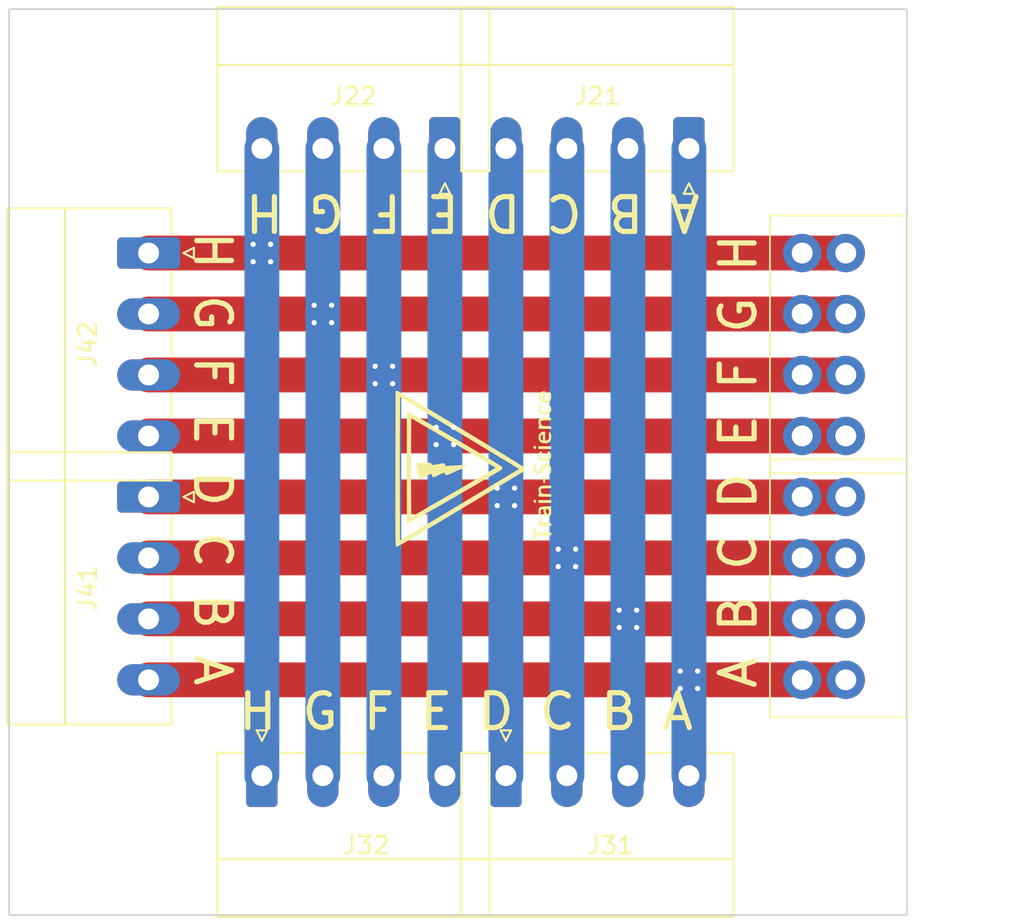
<source format=kicad_pcb>
(kicad_pcb (version 20240108) (generator "pcbnew") (generator_version "8.0")
  (layers (0 "F.Cu" signal) (31 "B.Cu" signal) (34 "B.Paste" user) (35 "F.Paste" user) (36 "B.SilkS" user "B.Silkscreen") (37 "F.SilkS" user "F.Silkscreen") (38 "B.Mask" user) (39 "F.Mask" user) (44 "Edge.Cuts" user))
  (net 0 "")
  (net 1 "Net-(J11-Pin_4)")
  (net 2 "Net-(J11-Pin_3)")
  (net 3 "Net-(J11-Pin_1)")
  (net 4 "Net-(J11-Pin_2)")
  (net 5 "Net-(J12-Pin_2)")
  (net 6 "Net-(J12-Pin_4)")
  (net 7 "Net-(J12-Pin_1)")
  (net 8 "Net-(J12-Pin_3)")
  (footprint "Connector_Phoenix_MC:PhoenixContact_MC_1,5_4-G-3.5_1x04_P3.50mm_Horizontal" (layer "F.Cu") (at 138.5 95 -90)
    (property "Reference" "J42" (at 5.25 3.5 90) (layer "F.SilkS"))
    (property "Value" "FEMALE")
    (fp_line (start -2.56 8.11) (end 13.06 8.11) (stroke (width 0.12)) (layer "F.SilkS"))
    (fp_line (start 13.06 8.11) (end 13.06 -1.31) (stroke (width 0.12)) (layer "F.SilkS"))
    (fp_line (start -2.56 4.8) (end 13.06 4.8) (stroke (width 0.12)) (layer "F.SilkS"))
    (fp_line (start -2.56 -1.31) (end -2.56 8.11) (stroke (width 0.12)) (layer "F.SilkS"))
    (fp_line (start -2.56 -1.31) (end -1.05 -1.31) (stroke (width 0.12)) (layer "F.SilkS"))
    (fp_line (start 1.05 -1.31) (end 2.45 -1.31) (stroke (width 0.12)) (layer "F.SilkS"))
    (fp_line (start 4.55 -1.31) (end 5.95 -1.31) (stroke (width 0.12)) (layer "F.SilkS"))
    (fp_line (start 8.05 -1.31) (end 9.45 -1.31) (stroke (width 0.12)) (layer "F.SilkS"))
    (fp_line (start 13.06 -1.31) (end 11.55 -1.31) (stroke (width 0.12)) (layer "F.SilkS"))
    (fp_line (start 0 -2) (end -0.3 -2.6) (stroke (width 0.12)) (layer "F.SilkS"))
    (fp_line (start -0.3 -2.6) (end 0.3 -2.6) (stroke (width 0.12)) (layer "F.SilkS"))
    (fp_line (start 0.3 -2.6) (end 0 -2) (stroke (width 0.12)) (layer "F.SilkS"))
    (pad "1" thru_hole roundrect (at 0 0 270) (size 1.8 3.6) (drill 1.2) (layers "*.Cu" "*.Mask") (roundrect_rratio 0.138889) (net 6 "Net-(J12-Pin_4)"))
    (pad "2" thru_hole oval (at 3.5 0 270) (size 1.8 3.6) (drill 1.2) (layers "*.Cu" "*.Mask") (net 8 "Net-(J12-Pin_3)"))
    (pad "3" thru_hole oval (at 7 0 270) (size 1.8 3.6) (drill 1.2) (layers "*.Cu" "*.Mask") (net 5 "Net-(J12-Pin_2)"))
    (pad "4" thru_hole oval (at 10.5 0 270) (size 1.8 3.6) (drill 1.2) (layers "*.Cu" "*.Mask") (net 7 "Net-(J12-Pin_1)"))
  )
  (footprint "MountingHole:MountingHole_3.2mm_M3" (layer "F.Cu") (at 135 128.5)
    (property "Reference" "REF**" (hide yes))
    (property "Value" "MountingHole_3.2mm_M3")
    (pad "" np_thru_hole circle (at 0 0) (size 3.2 3.2) (drill 3.2) (layers "F&B.Cu" "*.Mask"))
  )
  (footprint "Connector_Phoenix_MC:PhoenixContact_MC_1,5_4-G-3.5_1x04_P3.50mm_Horizontal" (layer "F.Cu") (at 169.5 89 180)
    (property "Reference" "J21" (at 5.25 3 180) (layer "F.SilkS"))
    (property "Value" "FEMALE")
    (fp_line (start 13.06 8.11) (end 13.06 -1.31) (stroke (width 0.12)) (layer "F.SilkS"))
    (fp_line (start 13.06 -1.31) (end 11.55 -1.31) (stroke (width 0.12)) (layer "F.SilkS"))
    (fp_line (start 8.05 -1.31) (end 9.45 -1.31) (stroke (width 0.12)) (layer "F.SilkS"))
    (fp_line (start 4.55 -1.31) (end 5.95 -1.31) (stroke (width 0.12)) (layer "F.SilkS"))
    (fp_line (start 1.05 -1.31) (end 2.45 -1.31) (stroke (width 0.12)) (layer "F.SilkS"))
    (fp_line (start 0.3 -2.6) (end 0 -2) (stroke (width 0.12)) (layer "F.SilkS"))
    (fp_line (start 0 -2) (end -0.3 -2.6) (stroke (width 0.12)) (layer "F.SilkS"))
    (fp_line (start -0.3 -2.6) (end 0.3 -2.6) (stroke (width 0.12)) (layer "F.SilkS"))
    (fp_line (start -2.56 8.11) (end 13.06 8.11) (stroke (width 0.12)) (layer "F.SilkS"))
    (fp_line (start -2.56 4.8) (end 13.06 4.8) (stroke (width 0.12)) (layer "F.SilkS"))
    (fp_line (start -2.56 -1.31) (end -1.05 -1.31) (stroke (width 0.12)) (layer "F.SilkS"))
    (fp_line (start -2.56 -1.31) (end -2.56 8.11) (stroke (width 0.12)) (layer "F.SilkS"))
    (pad "1" thru_hole roundrect (at 0 0 180) (size 1.8 3.6) (drill 1.2) (layers "*.Cu" "*.Mask") (roundrect_rratio 0.138889) (net 3 "Net-(J11-Pin_1)"))
    (pad "2" thru_hole oval (at 3.5 0 180) (size 1.8 3.6) (drill 1.2) (layers "*.Cu" "*.Mask") (net 4 "Net-(J11-Pin_2)"))
    (pad "3" thru_hole oval (at 7 0 180) (size 1.8 3.6) (drill 1.2) (layers "*.Cu" "*.Mask") (net 2 "Net-(J11-Pin_3)"))
    (pad "4" thru_hole oval (at 10.5 0 180) (size 1.8 3.6) (drill 1.2) (layers "*.Cu" "*.Mask") (net 1 "Net-(J11-Pin_4)"))
  )
  (footprint "Connector_Phoenix_MC:PhoenixContact_MC_1,5_4-G-3.5_1x04_P3.50mm_Horizontal" (layer "F.Cu") (at 159 125)
    (property "Reference" "J31" (at 6 4 0) (layer "F.SilkS"))
    (property "Value" "FEMALE")
    (fp_line (start -2.56 -1.31) (end -2.56 8.11) (stroke (width 0.12)) (layer "F.SilkS"))
    (fp_line (start -2.56 -1.31) (end -1.05 -1.31) (stroke (width 0.12)) (layer "F.SilkS"))
    (fp_line (start -2.56 4.8) (end 13.06 4.8) (stroke (width 0.12)) (layer "F.SilkS"))
    (fp_line (start -2.56 8.11) (end 13.06 8.11) (stroke (width 0.12)) (layer "F.SilkS"))
    (fp_line (start -0.3 -2.6) (end 0.3 -2.6) (stroke (width 0.12)) (layer "F.SilkS"))
    (fp_line (start 0 -2) (end -0.3 -2.6) (stroke (width 0.12)) (layer "F.SilkS"))
    (fp_line (start 0.3 -2.6) (end 0 -2) (stroke (width 0.12)) (layer "F.SilkS"))
    (fp_line (start 1.05 -1.31) (end 2.45 -1.31) (stroke (width 0.12)) (layer "F.SilkS"))
    (fp_line (start 4.55 -1.31) (end 5.95 -1.31) (stroke (width 0.12)) (layer "F.SilkS"))
    (fp_line (start 8.05 -1.31) (end 9.45 -1.31) (stroke (width 0.12)) (layer "F.SilkS"))
    (fp_line (start 13.06 -1.31) (end 11.55 -1.31) (stroke (width 0.12)) (layer "F.SilkS"))
    (fp_line (start 13.06 8.11) (end 13.06 -1.31) (stroke (width 0.12)) (layer "F.SilkS"))
    (pad "1" thru_hole roundrect (at 0 0) (size 1.8 3.6) (drill 1.2) (layers "*.Cu" "*.Mask") (roundrect_rratio 0.138889) (net 1 "Net-(J11-Pin_4)"))
    (pad "2" thru_hole oval (at 3.5 0) (size 1.8 3.6) (drill 1.2) (layers "*.Cu" "*.Mask") (net 2 "Net-(J11-Pin_3)"))
    (pad "3" thru_hole oval (at 7 0) (size 1.8 3.6) (drill 1.2) (layers "*.Cu" "*.Mask") (net 4 "Net-(J11-Pin_2)"))
    (pad "4" thru_hole oval (at 10.5 0) (size 1.8 3.6) (drill 1.2) (layers "*.Cu" "*.Mask") (net 3 "Net-(J11-Pin_1)"))
  )
  (footprint "Connector_Phoenix_MC:PhoenixContact_MC_1,5_4-G-3.5_1x04_P3.50mm_Horizontal" (layer "F.Cu") (at 145 125)
    (property "Reference" "J32" (at 6 4 0) (layer "F.SilkS"))
    (property "Value" "FEMALE")
    (fp_line (start -2.56 -1.31) (end -2.56 8.11) (stroke (width 0.12)) (layer "F.SilkS"))
    (fp_line (start -2.56 -1.31) (end -1.05 -1.31) (stroke (width 0.12)) (layer "F.SilkS"))
    (fp_line (start -2.56 4.8) (end 13.06 4.8) (stroke (width 0.12)) (layer "F.SilkS"))
    (fp_line (start -2.56 8.11) (end 13.06 8.11) (stroke (width 0.12)) (layer "F.SilkS"))
    (fp_line (start -0.3 -2.6) (end 0.3 -2.6) (stroke (width 0.12)) (layer "F.SilkS"))
    (fp_line (start 0 -2) (end -0.3 -2.6) (stroke (width 0.12)) (layer "F.SilkS"))
    (fp_line (start 0.3 -2.6) (end 0 -2) (stroke (width 0.12)) (layer "F.SilkS"))
    (fp_line (start 1.05 -1.31) (end 2.45 -1.31) (stroke (width 0.12)) (layer "F.SilkS"))
    (fp_line (start 4.55 -1.31) (end 5.95 -1.31) (stroke (width 0.12)) (layer "F.SilkS"))
    (fp_line (start 8.05 -1.31) (end 9.45 -1.31) (stroke (width 0.12)) (layer "F.SilkS"))
    (fp_line (start 13.06 -1.31) (end 11.55 -1.31) (stroke (width 0.12)) (layer "F.SilkS"))
    (fp_line (start 13.06 8.11) (end 13.06 -1.31) (stroke (width 0.12)) (layer "F.SilkS"))
    (pad "1" thru_hole roundrect (at 0 0) (size 1.8 3.6) (drill 1.2) (layers "*.Cu" "*.Mask") (roundrect_rratio 0.138889) (net 6 "Net-(J12-Pin_4)"))
    (pad "2" thru_hole oval (at 3.5 0) (size 1.8 3.6) (drill 1.2) (layers "*.Cu" "*.Mask") (net 8 "Net-(J12-Pin_3)"))
    (pad "3" thru_hole oval (at 7 0) (size 1.8 3.6) (drill 1.2) (layers "*.Cu" "*.Mask") (net 5 "Net-(J12-Pin_2)"))
    (pad "4" thru_hole oval (at 10.5 0) (size 1.8 3.6) (drill 1.2) (layers "*.Cu" "*.Mask") (net 7 "Net-(J12-Pin_1)"))
  )
  (footprint "MountingHole:MountingHole_3.2mm_M3" (layer "F.Cu") (at 177.5 85.5)
    (property "Reference" "REF**" (hide yes))
    (property "Value" "MountingHole_3.2mm_M3")
    (pad "" np_thru_hole circle (at 0 0) (size 3.2 3.2) (drill 3.2) (layers "F&B.Cu" "*.Mask"))
  )
  (footprint "custom_kicad_lib_sk:connector_3.50mm_4P horizontal_MALE" (layer "F.Cu") (at 176 114.25 90)
    (property "Reference" "J11" (hide yes))
    (property "Value" "MALE" (hide yes))
    (fp_line (start 7.4 -1.85) (end 7.4 6.05) (stroke (width 0.1)) (layer "F.SilkS"))
    (fp_line (start -7.4 -1.85) (end 7.4 -1.85) (stroke (width 0.1)) (layer "F.SilkS"))
    (fp_line (start -7.4 -1.85) (end -7.4 6.05) (stroke (width 0.1)) (layer "F.SilkS"))
    (fp_line (start 7.4 6.05) (end -7.4 6.05) (stroke (width 0.1)) (layer "F.SilkS"))
    (pad "1" thru_hole circle (at -5.25 0 90) (size 2.2 2.2) (drill 1.2) (layers "*.Cu" "*.Mask") (net 3 "Net-(J11-Pin_1)"))
    (pad "1" thru_hole circle (at -5.25 2.5 90) (size 2.2 2.2) (drill 1.2) (layers "*.Cu" "*.Mask") (net 3 "Net-(J11-Pin_1)"))
    (pad "2" thru_hole circle (at -1.75 0 90) (size 2.2 2.2) (drill 1.2) (layers "*.Cu" "*.Mask") (net 4 "Net-(J11-Pin_2)"))
    (pad "2" thru_hole circle (at -1.75 2.5 90) (size 2.2 2.2) (drill 1.2) (layers "*.Cu" "*.Mask") (net 4 "Net-(J11-Pin_2)"))
    (pad "3" thru_hole circle (at 1.75 0 90) (size 2.2 2.2) (drill 1.2) (layers "*.Cu" "*.Mask") (net 2 "Net-(J11-Pin_3)"))
    (pad "3" thru_hole circle (at 1.75 2.5 90) (size 2.2 2.2) (drill 1.2) (layers "*.Cu" "*.Mask") (net 2 "Net-(J11-Pin_3)"))
    (pad "4" thru_hole circle (at 5.25 0 90) (size 2.2 2.2) (drill 1.2) (layers "*.Cu" "*.Mask") (net 1 "Net-(J11-Pin_4)"))
    (pad "4" thru_hole circle (at 5.25 2.5 90) (size 2.2 2.2) (drill 1.2) (layers "*.Cu" "*.Mask") (net 1 "Net-(J11-Pin_4)"))
  )
  (footprint "MountingHole:MountingHole_3.2mm_M3" (layer "F.Cu") (at 135 85.5)
    (property "Reference" "REF**" (hide yes))
    (property "Value" "MountingHole_3.2mm_M3")
    (pad "" np_thru_hole circle (at 0 0) (size 3.2 3.2) (drill 3.2) (layers "F&B.Cu" "*.Mask"))
  )
  (footprint "Connector_Phoenix_MC:PhoenixContact_MC_1,5_4-G-3.5_1x04_P3.50mm_Horizontal" (layer "F.Cu") (at 155.5 89 180)
    (property "Reference" "J22" (at 5.25 3 180) (layer "F.SilkS"))
    (property "Value" "FEMALE")
    (fp_line (start 13.06 8.11) (end 13.06 -1.31) (stroke (width 0.12)) (layer "F.SilkS"))
    (fp_line (start 13.06 -1.31) (end 11.55 -1.31) (stroke (width 0.12)) (layer "F.SilkS"))
    (fp_line (start 8.05 -1.31) (end 9.45 -1.31) (stroke (width 0.12)) (layer "F.SilkS"))
    (fp_line (start 4.55 -1.31) (end 5.95 -1.31) (stroke (width 0.12)) (layer "F.SilkS"))
    (fp_line (start 1.05 -1.31) (end 2.45 -1.31) (stroke (width 0.12)) (layer "F.SilkS"))
    (fp_line (start 0.3 -2.6) (end 0 -2) (stroke (width 0.12)) (layer "F.SilkS"))
    (fp_line (start 0 -2) (end -0.3 -2.6) (stroke (width 0.12)) (layer "F.SilkS"))
    (fp_line (start -0.3 -2.6) (end 0.3 -2.6) (stroke (width 0.12)) (layer "F.SilkS"))
    (fp_line (start -2.56 8.11) (end 13.06 8.11) (stroke (width 0.12)) (layer "F.SilkS"))
    (fp_line (start -2.56 4.8) (end 13.06 4.8) (stroke (width 0.12)) (layer "F.SilkS"))
    (fp_line (start -2.56 -1.31) (end -1.05 -1.31) (stroke (width 0.12)) (layer "F.SilkS"))
    (fp_line (start -2.56 -1.31) (end -2.56 8.11) (stroke (width 0.12)) (layer "F.SilkS"))
    (pad "1" thru_hole roundrect (at 0 0 180) (size 1.8 3.6) (drill 1.2) (layers "*.Cu" "*.Mask") (roundrect_rratio 0.138889) (net 7 "Net-(J12-Pin_1)"))
    (pad "2" thru_hole oval (at 3.5 0 180) (size 1.8 3.6) (drill 1.2) (layers "*.Cu" "*.Mask") (net 5 "Net-(J12-Pin_2)"))
    (pad "3" thru_hole oval (at 7 0 180) (size 1.8 3.6) (drill 1.2) (layers "*.Cu" "*.Mask") (net 8 "Net-(J12-Pin_3)"))
    (pad "4" thru_hole oval (at 10.5 0 180) (size 1.8 3.6) (drill 1.2) (layers "*.Cu" "*.Mask") (net 6 "Net-(J12-Pin_4)"))
  )
  (footprint "custom_kicad_lib_sk:connector_3.50mm_4P horizontal_MALE" (layer "F.Cu") (at 176 100.25 90)
    (property "Reference" "J12" (hide yes))
    (property "Value" "MALE" (hide yes))
    (fp_line (start 7.4 -1.85) (end 7.4 6.05) (stroke (width 0.1)) (layer "F.SilkS"))
    (fp_line (start -7.4 -1.85) (end 7.4 -1.85) (stroke (width 0.1)) (layer "F.SilkS"))
    (fp_line (start -7.4 -1.85) (end -7.4 6.05) (stroke (width 0.1)) (layer "F.SilkS"))
    (fp_line (start 7.4 6.05) (end -7.4 6.05) (stroke (width 0.1)) (layer "F.SilkS"))
    (pad "1" thru_hole circle (at -5.25 0 90) (size 2.2 2.2) (drill 1.2) (layers "*.Cu" "*.Mask") (net 7 "Net-(J12-Pin_1)"))
    (pad "1" thru_hole circle (at -5.25 2.5 90) (size 2.2 2.2) (drill 1.2) (layers "*.Cu" "*.Mask") (net 7 "Net-(J12-Pin_1)"))
    (pad "2" thru_hole circle (at -1.75 0 90) (size 2.2 2.2) (drill 1.2) (layers "*.Cu" "*.Mask") (net 5 "Net-(J12-Pin_2)"))
    (pad "2" thru_hole circle (at -1.75 2.5 90) (size 2.2 2.2) (drill 1.2) (layers "*.Cu" "*.Mask") (net 5 "Net-(J12-Pin_2)"))
    (pad "3" thru_hole circle (at 1.75 0 90) (size 2.2 2.2) (drill 1.2) (layers "*.Cu" "*.Mask") (net 8 "Net-(J12-Pin_3)"))
    (pad "3" thru_hole circle (at 1.75 2.5 90) (size 2.2 2.2) (drill 1.2) (layers "*.Cu" "*.Mask") (net 8 "Net-(J12-Pin_3)"))
    (pad "4" thru_hole circle (at 5.25 0 90) (size 2.2 2.2) (drill 1.2) (layers "*.Cu" "*.Mask") (net 6 "Net-(J12-Pin_4)"))
    (pad "4" thru_hole circle (at 5.25 2.5 90) (size 2.2 2.2) (drill 1.2) (layers "*.Cu" "*.Mask") (net 6 "Net-(J12-Pin_4)"))
  )
  (footprint "Connector_Phoenix_MC:PhoenixContact_MC_1,5_4-G-3.5_1x04_P3.50mm_Horizontal" (layer "F.Cu") (at 138.5 109 -90)
    (property "Reference" "J41" (at 5.25 3.5 90) (layer "F.SilkS"))
    (property "Value" "FEMALE")
    (fp_line (start -2.56 8.11) (end 13.06 8.11) (stroke (width 0.12)) (layer "F.SilkS"))
    (fp_line (start 13.06 8.11) (end 13.06 -1.31) (stroke (width 0.12)) (layer "F.SilkS"))
    (fp_line (start -2.56 4.8) (end 13.06 4.8) (stroke (width 0.12)) (layer "F.SilkS"))
    (fp_line (start -2.56 -1.31) (end -2.56 8.11) (stroke (width 0.12)) (layer "F.SilkS"))
    (fp_line (start -2.56 -1.31) (end -1.05 -1.31) (stroke (width 0.12)) (layer "F.SilkS"))
    (fp_line (start 1.05 -1.31) (end 2.45 -1.31) (stroke (width 0.12)) (layer "F.SilkS"))
    (fp_line (start 4.55 -1.31) (end 5.95 -1.31) (stroke (width 0.12)) (layer "F.SilkS"))
    (fp_line (start 8.05 -1.31) (end 9.45 -1.31) (stroke (width 0.12)) (layer "F.SilkS"))
    (fp_line (start 13.06 -1.31) (end 11.55 -1.31) (stroke (width 0.12)) (layer "F.SilkS"))
    (fp_line (start 0 -2) (end -0.3 -2.6) (stroke (width 0.12)) (layer "F.SilkS"))
    (fp_line (start -0.3 -2.6) (end 0.3 -2.6) (stroke (width 0.12)) (layer "F.SilkS"))
    (fp_line (start 0.3 -2.6) (end 0 -2) (stroke (width 0.12)) (layer "F.SilkS"))
    (pad "1" thru_hole roundrect (at 0 0 270) (size 1.8 3.6) (drill 1.2) (layers "*.Cu" "*.Mask") (roundrect_rratio 0.138889) (net 1 "Net-(J11-Pin_4)"))
    (pad "2" thru_hole oval (at 3.5 0 270) (size 1.8 3.6) (drill 1.2) (layers "*.Cu" "*.Mask") (net 2 "Net-(J11-Pin_3)"))
    (pad "3" thru_hole oval (at 7 0 270) (size 1.8 3.6) (drill 1.2) (layers "*.Cu" "*.Mask") (net 4 "Net-(J11-Pin_2)"))
    (pad "4" thru_hole oval (at 10.5 0 270) (size 1.8 3.6) (drill 1.2) (layers "*.Cu" "*.Mask") (net 3 "Net-(J11-Pin_1)"))
  )
  (footprint "custom_kicad_lib_sk:Train-Science logo small" (layer "F.Cu") (at 157.226 107.315 90)
    (property "Reference" "G***" (hide yes))
    (property "Value" "LOGO" (hide yes))
    (fp_poly (pts (xy 1.223321 4.3782) (xy 1.062357 4.3782) (xy 1.062357 3.637769) (xy 1.223321 3.637769)) (fill solid) (layer "F.SilkS"))
    (fp_poly (pts (xy -1.867174 4.3782) (xy -2.028137 4.3782) (xy -2.028137 3.637769) (xy -1.867174 3.637769)) (fill solid) (layer "F.SilkS"))
    (fp_poly (pts (xy 1.211443 3.365565) (xy 1.235424 3.397528) (xy 1.241537 3.467248) (xy 1.192998 3.5033) (xy 1.1387 3.508999) (xy 1.079454 3.497959) (xy 1.066286 3.453786) (xy 1.068167 3.436565) (xy 1.099438 3.378361) (xy 1.155683 3.352714)) (fill solid) (layer "F.SilkS"))
    (fp_poly (pts (xy -1.879051 3.365565) (xy -1.85507 3.397528) (xy -1.848957 3.467248) (xy -1.897497 3.5033) (xy -1.951794 3.508999) (xy -2.01104 3.497959) (xy -2.024208 3.453786) (xy -2.022328 3.436565) (xy -1.991057 3.378361) (xy -1.934811 3.352714)) (fill solid) (layer "F.SilkS"))
    (fp_poly (pts (xy -0.612737 3.9006) (xy -0.533283 3.922266) (xy -0.490713 3.961014) (xy -0.488845 3.967744) (xy -0.490951 3.998166) (xy -0.520453 4.01526) (xy -0.590351 4.022672) (xy -0.689781 4.024081) (xy -0.808268 4.020841) (xy -0.874379 4.009353) (xy -0.899883 3.986965) (xy -0.901394 3.976406) (xy -0.873403 3.933919) (xy -0.802697 3.906845) (xy -0.709175 3.895599)) (fill solid) (layer "F.SilkS"))
    (fp_poly (pts (xy -3.669632 3.34866) (xy -3.559722 3.351709) (xy -3.492918 3.358945) (xy -3.458582 3.372129) (xy -3.446076 3.393024) (xy -3.444613 3.412421) (xy -3.454092 3.452657) (xy -3.493451 3.471683) (xy -3.579073 3.476782) (xy -3.58948 3.476806) (xy -3.734347 3.476806) (xy -3.734347 4.3782) (xy -3.89531 4.3782) (xy -3.89531 3.480334) (xy -4.047936 3.470522) (xy -4.148526 3.457408) (xy -4.198923 3.431105) (xy -4.21126 3.404373) (xy -4.210399 3.380588) (xy -4.190335 3.364589) (xy -4.140901 3.354863) (xy -4.051928 3.349892) (xy -3.91325 3.348161) (xy -3.833286 3.348036)) (fill solid) (layer "F.SilkS"))
    (fp_poly (pts (xy -3.20706 3.649174) (xy -3.187072 3.671095) (xy -3.167366 3.687977) (xy -3.124803 3.671095) (xy -3.032476 3.639196) (xy -2.952967 3.641074) (xy -2.904379 3.674259) (xy -2.897338 3.702155) (xy -2.912873 3.749633) (xy -2.970283 3.766013) (xy -2.992091 3.76654) (xy -3.08017 3.784752) (xy -3.139695 3.843818) (xy -3.1741 3.950385) (xy -3.18682 4.1111) (xy -3.187072 4.143919) (xy -3.188151 4.264488) (xy -3.194538 4.33444) (xy -3.210963 4.367539) (xy -3.242154 4.377549) (xy -3.267554 4.3782) (xy -3.348035 4.3782) (xy -3.348035 3.637769) (xy -3.267554 3.637769)) (fill solid) (layer "F.SilkS"))
    (fp_poly (pts (xy 3.456146 3.654371) (xy 3.543105 3.697368) (xy 3.592791 3.756548) (xy 3.594178 3.814197) (xy 3.572895 3.852981) (xy 3.542199 3.843557) (xy 3.513841 3.819211) (xy 3.424501 3.7745) (xy 3.322943 3.773442) (xy 3.238538 3.81626) (xy 3.237661 3.817129) (xy 3.201357 3.890078) (xy 3.187495 3.994878) (xy 3.196074 4.103032) (xy 3.227095 4.186043) (xy 3.237661 4.198841) (xy 3.321639 4.242246) (xy 3.423161 4.241772) (xy 3.512857 4.197642) (xy 3.513841 4.196759) (xy 3.559116 4.162129) (xy 3.582547 4.174932) (xy 3.594178 4.201773) (xy 3.589623 4.267108) (xy 3.534669 4.324764) (xy 3.443265 4.364981) (xy 3.341993 4.3782) (xy 3.23693 4.364144) (xy 3.150524 4.312169) (xy 3.116435 4.280323) (xy 3.06227 4.220957) (xy 3.03476 4.166703) (xy 3.027277 4.094215) (xy 3.032787 3.985733) (xy 3.063239 3.823108) (xy 3.128926 3.713042) (xy 3.232557 3.652527) (xy 3.346264 3.637769)) (fill solid) (layer "F.SilkS"))
    (fp_poly (pts (xy 0.784156 3.654371) (xy 0.871115 3.697368) (xy 0.920801 3.756548) (xy 0.922188 3.814197) (xy 0.900905 3.852981) (xy 0.870209 3.843557) (xy 0.841851 3.819211) (xy 0.752511 3.7745) (xy 0.650954 3.773442) (xy 0.566548 3.81626) (xy 0.565671 3.817129) (xy 0.529974 3.888454) (xy 0.515171 3.998249) (xy 0.515082 4.007985) (xy 0.527932 4.119813) (xy 0.562192 4.195116) (xy 0.565671 4.198841) (xy 0.649649 4.242246) (xy 0.751171 4.241772) (xy 0.840868 4.197642) (xy 0.841851 4.196759) (xy 0.887126 4.162129) (xy 0.910558 4.174932) (xy 0.922188 4.201773) (xy 0.917633 4.267108) (xy 0.862679 4.324764) (xy 0.771275 4.364981) (xy 0.670003 4.3782) (xy 0.56494 4.364144) (xy 0.478534 4.312169) (xy 0.444446 4.280323) (xy 0.39028 4.220957) (xy 0.36277 4.166703) (xy 0.355287 4.094215) (xy 0.360798 3.985733) (xy 0.391249 3.823108) (xy 0.456936 3.713042) (xy 0.560567 3.652527) (xy 0.674274 3.637769)) (fill solid) (layer "F.SilkS"))
    (fp_poly (pts (xy 0.08045 3.363771) (xy 0.163476 3.40824) (xy 0.193154 3.477335) (xy 0.193156 3.477939) (xy 0.170182 3.528914) (xy 0.121334 3.539789) (xy 0.080482 3.508999) (xy 0.032611 3.483439) (xy -0.047363 3.477888) (xy -0.130866 3.490818) (xy -0.189325 3.520703) (xy -0.191874 3.52355) (xy -0.21804 3.596183) (xy -0.180966 3.673245) (xy -0.081544 3.753443) (xy -0.004028 3.796699) (xy 0.136108 3.882305) (xy 0.216714 3.971193) (xy 0.24249 4.071135) (xy 0.223825 4.173564) (xy 0.164082 4.275535) (xy 0.095495 4.330471) (xy -0.018443 4.366535) (xy -0.150995 4.376193) (xy -0.274362 4.359597) (xy -0.346956 4.328086) (xy -0.40363 4.272052) (xy -0.419312 4.22251) (xy -0.394108 4.195068) (xy -0.346071 4.199064) (xy -0.197064 4.233359) (xy -0.075009 4.242002) (xy 0.005829 4.224264) (xy 0.015788 4.217493) (xy 0.061853 4.14537) (xy 0.055341 4.062595) (xy 0.002818 3.983964) (xy -0.089151 3.924271) (xy -0.119083 3.913566) (xy -0.188092 3.877866) (xy -0.269912 3.816568) (xy -0.288095 3.800264) (xy -0.365715 3.694707) (xy -0.385703 3.587357) (xy -0.353625 3.488715) (xy -0.27505 3.409279) (xy -0.155545 3.359551) (xy -0.048289 3.348036)) (fill solid) (layer "F.SilkS"))
    (fp_poly (pts (xy -2.40532 3.645768) (xy -2.326525 3.67613) (xy -2.275297 3.738404) (xy -2.245189 3.842138) (xy -2.22975 3.996881) (xy -2.226439 4.069661) (xy -2.215488 4.366149) (xy -2.45432 4.371021) (xy -2.611055 4.367821) (xy -2.715337 4.349617) (xy -2.763052 4.326932) (xy -2.817997 4.253657) (xy -2.8318 4.157537) (xy -2.826579 4.141434) (xy -2.663371 4.141434) (xy -2.661178 4.198977) (xy -2.617211 4.235887) (xy -2.541587 4.248708) (xy -2.462907 4.236034) (xy -2.420887 4.210799) (xy -2.387663 4.147033) (xy -2.382256 4.110009) (xy -2.391113 4.070273) (xy -2.429399 4.05887) (xy -2.5002 4.066989) (xy -2.611613 4.096669) (xy -2.663371 4.141434) (xy -2.826579 4.141434) (xy -2.80241 4.066887) (xy -2.783578 4.04369) (xy -2.714915 4.000608) (xy -2.611053 3.960717) (xy -2.500848 3.933723) (xy -2.438593 3.927683) (xy -2.39073 3.905832) (xy -2.389171 3.848663) (xy -2.411779 3.801951) (xy -2.44845 3.775964) (xy -2.522247 3.768689) (xy -2.620538 3.77548) (xy -2.726931 3.782973) (xy -2.782746 3.776184) (xy -2.800575 3.753278) (xy -2.80076 3.74925) (xy -2.770723 3.693209) (xy -2.685633 3.655257) (xy -2.553023 3.638364) (xy -2.518132 3.637769)) (fill solid) (layer "F.SilkS"))
    (fp_poly (pts (xy 2.715567 3.652213) (xy 2.788671 3.700519) (xy 2.835175 3.79015) (xy 2.859236 3.928568) (xy 2.865146 4.092808) (xy 2.86448 4.228722) (xy 2.860137 4.312734) (xy 2.848595 4.357328) (xy 2.826334 4.374987) (xy 2.789834 4.378194) (xy 2.784664 4.3782) (xy 2.744587 4.375415) (xy 2.72067 4.358257) (xy 2.708742 4.313522) (xy 2.704637 4.228007) (xy 2.704183 4.123292) (xy 2.70181 3.995739) (xy 2.69553 3.889366) (xy 2.686599 3.82384) (xy 2.684642 3.817462) (xy 2.638586 3.775444) (xy 2.56069 3.771399) (xy 2.471162 3.805399) (xy 2.453804 3.816654) (xy 2.417528 3.84892) (xy 2.396019 3.893461) (xy 2.385541 3.966262) (xy 2.382352 4.083304) (xy 2.382256 4.122485) (xy 2.381383 4.249664) (xy 2.375999 4.325642) (xy 2.361955 4.363601) (xy 2.335101 4.376724) (xy 2.301774 4.3782) (xy 2.221293 4.3782) (xy 2.221293 4.007985) (xy 2.22168 3.849262) (xy 2.224378 3.743962) (xy 2.231689 3.681124) (xy 2.245918 3.649787) (xy 2.269368 3.638988) (xy 2.299092 3.637769) (xy 2.364561 3.652507) (xy 2.391646 3.67801) (xy 2.413142 3.702107) (xy 2.449056 3.67801) (xy 2.508105 3.651219) (xy 2.597263 3.63805) (xy 2.611707 3.637769)) (fill solid) (layer "F.SilkS"))
    (fp_poly (pts (xy -1.179743 3.652213) (xy -1.106639 3.700519) (xy -1.060135 3.79015) (xy -1.036075 3.928568) (xy -1.030165 4.092808) (xy -1.03083 4.228722) (xy -1.035174 4.312734) (xy -1.046716 4.357328) (xy -1.068976 4.374987) (xy -1.105476 4.378194) (xy -1.110646 4.3782) (xy -1.150723 4.375415) (xy -1.174641 4.358257) (xy -1.186568 4.313522) (xy -1.190674 4.228007) (xy -1.191128 4.123292) (xy -1.193501 3.995739) (xy -1.199781 3.889366) (xy -1.208712 3.82384) (xy -1.210669 3.817462) (xy -1.256725 3.775444) (xy -1.33462 3.771399) (xy -1.424149 3.805399) (xy -1.441506 3.816654) (xy -1.477783 3.84892) (xy -1.499291 3.893461) (xy -1.50977 3.966262) (xy -1.512958 4.083304) (xy -1.513054 4.122485) (xy -1.513927 4.249664) (xy -1.519311 4.325642) (xy -1.533355 4.363601) (xy -1.560209 4.376724) (xy -1.593536 4.3782) (xy -1.674018 4.3782) (xy -1.674018 4.007985) (xy -1.67363 3.849262) (xy -1.670933 3.743962) (xy -1.663621 3.681124) (xy -1.649392 3.649787) (xy -1.625943 3.638988) (xy -1.596219 3.637769) (xy -1.53075 3.652507) (xy -1.503665 3.67801) (xy -1.482168 3.702107) (xy -1.446255 3.67801) (xy -1.387205 3.651219) (xy -1.298048 3.63805) (xy -1.283604 3.637769)) (fill solid) (layer "F.SilkS"))
    (fp_poly (pts (xy 4.191957 3.665419) (xy 4.293411 3.737669) (xy 4.360573 3.838471) (xy 4.3782 3.925027) (xy 4.3782 4.024081) (xy 4.120659 4.024081) (xy 3.992123 4.025517) (xy 3.915069 4.031892) (xy 3.876617 4.046313) (xy 3.86389 4.071882) (xy 3.863118 4.086167) (xy 3.886785 4.17496) (xy 3.959423 4.227168) (xy 4.083491 4.244072) (xy 4.15906 4.240295) (xy 4.267524 4.233706) (xy 4.325375 4.2403) (xy 4.345405 4.262067) (xy 4.346008 4.269376) (xy 4.317527 4.321331) (xy 4.243324 4.357024) (xy 4.140255 4.375338) (xy 4.025174 4.375154) (xy 3.91494 4.355354) (xy 3.826407 4.31482) (xy 3.813457 4.304705) (xy 3.748327 4.223779) (xy 3.71501 4.110586) (xy 3.710957 4.07989) (xy 3.714938 3.908) (xy 3.730244 3.869557) (xy 3.863118 3.869557) (xy 3.892233 3.883662) (xy 3.967337 3.893017) (xy 4.040178 3.895311) (xy 4.137154 3.891076) (xy 4.201466 3.880152) (xy 4.217237 3.869557) (xy 4.188421 3.814477) (xy 4.114915 3.776712) (xy 4.040178 3.76654) (xy 3.945509 3.783306) (xy 3.880602 3.826073) (xy 3.863118 3.869557) (xy 3.730244 3.869557) (xy 3.767799 3.775233) (xy 3.866587 3.685192) (xy 4.008349 3.641482) (xy 4.073248 3.637769)) (fill solid) (layer "F.SilkS"))
    (fp_poly (pts (xy 1.874086 3.665419) (xy 1.97554 3.737669) (xy 2.042702 3.838471) (xy 2.06033 3.925027) (xy 2.06033 4.024081) (xy 1.802788 4.024081) (xy 1.674253 4.025517) (xy 1.597198 4.031892) (xy 1.558746 4.046313) (xy 1.54602 4.071882) (xy 1.545247 4.086167) (xy 1.568914 4.17496) (xy 1.641552 4.227168) (xy 1.76562 4.244072) (xy 1.841189 4.240295) (xy 1.949653 4.233706) (xy 2.007504 4.2403) (xy 2.027535 4.262067) (xy 2.028137 4.269376) (xy 1.999657 4.321331) (xy 1.925454 4.357024) (xy 1.822384 4.375338) (xy 1.707304 4.375154) (xy 1.597069 4.355354) (xy 1.508536 4.31482) (xy 1.495586 4.304705) (xy 1.430456 4.223779) (xy 1.397139 4.110586) (xy 1.393087 4.07989) (xy 1.397067 3.908) (xy 1.412373 3.869557) (xy 1.545247 3.869557) (xy 1.574363 3.883662) (xy 1.649466 3.893017) (xy 1.722307 3.895311) (xy 1.819283 3.891076) (xy 1.883595 3.880152) (xy 1.899366 3.869557) (xy 1.87055 3.814477) (xy 1.797044 3.776712) (xy 1.722307 3.76654) (xy 1.627639 3.783306) (xy 1.562731 3.826073) (xy 1.545247 3.869557) (xy 1.412373 3.869557) (xy 1.449928 3.775233) (xy 1.548716 3.685192) (xy 1.690478 3.641482) (xy 1.755377 3.637769)) (fill solid) (layer "F.SilkS"))
    (fp_poly (pts (xy 0.250482 -3.398018) (xy 0.258312 -3.360431) (xy 0.266207 -3.271171) (xy 0.273323 -3.142944) (xy 0.278815 -2.988455) (xy 0.279494 -2.961822) (xy 0.283147 -2.79102) (xy 0.28333 -2.672993) (xy 0.27842 -2.596159) (xy 0.266793 -2.548934) (xy 0.246824 -2.519735) (xy 0.216889 -2.496979) (xy 0.214047 -2.495112) (xy 0.177374 -2.463714) (xy 0.157846 -2.420729) (xy 0.155167 -2.353836) (xy 0.169042 -2.250716) (xy 0.199173 -2.099046) (xy 0.20399 -2.076426) (xy 0.234196 -1.927607) (xy 0.248081 -1.829473) (xy 0.244797 -1.770209) (xy 0.223496 -1.738003) (xy 0.183328 -1.721039) (xy 0.178383 -1.719762) (xy 0.093995 -1.698582) (xy 0.113104 -1.340229) (xy 0.122361 -1.168329) (xy 0.13182 -0.9955) (xy 0.140114 -0.846597) (xy 0.144094 -0.776804) (xy 0.147732 -0.616402) (xy 0.136399 -0.518612) (xy 0.110043 -0.48341) (xy 0.068612 -0.510774) (xy 0.012053 -0.600683) (xy -0.036281 -0.70019) (xy -0.094889 -0.829583) (xy -0.151819 -0.955614) (xy -0.192615 -1.046261) (xy -0.235959 -1.142058) (xy -0.293724 -1.268625) (xy -0.352412 -1.396402) (xy -0.410483 -1.535855) (xy -0.432862 -1.630868) (xy -0.419591 -1.690556) (xy -0.370712 -1.724039) (xy -0.353957 -1.729118) (xy -0.302087 -1.746117) (xy -0.289734 -1.754248) (xy -0.301976 -1.787815) (xy -0.333966 -1.863803) (xy -0.378601 -1.966115) (xy -0.428778 -2.078653) (xy -0.477393 -2.185319) (xy -0.517132 -2.269582) (xy -0.553917 -2.350924) (xy -0.561542 -2.396199) (xy -0.540994 -2.426228) (xy -0.525165 -2.438593) (xy -0.452176 -2.472508) (xy -0.412351 -2.478834) (xy -0.36338 -2.484926) (xy -0.354119 -2.492061) (xy -0.366789 -2.526986) (xy -0.400137 -2.60474) (xy -0.447168 -2.710013) (xy -0.500888 -2.827498) (xy -0.554304 -2.941887) (xy -0.600421 -3.037873) (xy -0.630486 -3.096942) (xy -0.659596 -3.160107) (xy -0.65177 -3.193594) (xy -0.620583 -3.213855) (xy -0.53333 -3.246777) (xy -0.395236 -3.27925) (xy -0.273637 -3.301207) (xy -0.190498 -3.31751) (xy -0.07335 -3.34338) (xy 0.027233 -3.367139) (xy 0.134416 -3.389945) (xy 0.215087 -3.40089)) (fill solid) (layer "F.SilkS"))
    (fp_poly (pts (xy 3.179239 -3.830925) (xy 3.169077 -3.796052) (xy 3.134748 -3.721875) (xy 3.075339 -3.60678) (xy 2.989941 -3.449155) (xy 2.877641 -3.24739) (xy 2.737526 -2.999872) (xy 2.568687 -2.704989) (xy 2.370211 -2.361128) (xy 2.141187 -1.966679) (xy 1.880703 -1.52003) (xy 1.631778 -1.09455) (xy 1.368647 -0.645596) (xy 1.135907 -0.249143) (xy 0.93161 0.097982) (xy 0.753807 0.398953) (xy 0.60055 0.656942) (xy 0.469891 0.875124) (xy 0.359881 1.05667) (xy 0.268572 1.204755) (xy 0.194014 1.322552) (xy 0.134261 1.413233) (xy 0.087362 1.479973) (xy 0.051371 1.525943) (xy 0.024337 1.554318) (xy 0.004314 1.568271) (xy -0.004969 1.571019) (xy -0.078828 1.563333) (xy -0.118283 1.538827) (xy -0.138767 1.505458) (xy -0.189191 1.420294) (xy -0.267262 1.287274) (xy -0.370688 1.110339) (xy -0.497173 0.893428) (xy -0.644426 0.640482) (xy -0.810153 0.355441) (xy -0.99206 0.042244) (xy -1.187855 -0.295169) (xy -1.395243 -0.652857) (xy -1.611932 -1.02688) (xy -1.660439 -1.110646) (xy -1.943382 -1.600038) (xy -2.194371 -2.035755) (xy -2.414343 -2.419476) (xy -2.604234 -2.752877) (xy -2.764981 -3.037634) (xy -2.89752 -3.275425) (xy -3.002787 -3.467927) (xy -3.081719 -3.616816) (xy -3.100264 -3.653866) (xy -2.831057 -3.653866) (xy -1.427803 -1.229825) (xy -1.217976 -0.867944) (xy -1.017222 -0.522838) (xy -0.827885 -0.198474) (xy -0.652308 0.101185) (xy -0.492836 0.372174) (xy -0.351814 0.61053) (xy -0.231586 0.812287) (xy -0.134496 0.973481) (xy -0.062889 1.090149) (xy -0.019109 1.158326) (xy -0.005551 1.175218) (xy 0.013203 1.145197) (xy 0.062076 1.063637) (xy 0.138687 0.934577) (xy 0.240658 0.762061) (xy 0.365609 0.55013) (xy 0.511161 0.302826) (xy 0.674935 0.02419) (xy 0.854552 -0.281735) (xy 1.047632 -0.610908) (xy 1.251797 -0.959287) (xy 1.421346 -1.248823) (xy 2.829247 -3.653866) (xy 1.414623 -3.662249) (xy 1.04211 -3.663984) (xy 0.624153 -3.665121) (xy 0.179691 -3.665659) (xy -0.272337 -3.665598) (xy -0.712992 -3.664938) (xy -1.123334 -3.663678) (xy -1.415529 -3.662249) (xy -2.831057 -3.653866) (xy -3.100264 -3.653866) (xy -3.135253 -3.723769) (xy -3.164325 -3.790463) (xy -3.17064 -3.814829) (xy -3.170976 -3.911407) (xy 3.170976 -3.911407)) (fill solid) (layer "F.SilkS"))
    (fp_poly (pts (xy -2.177236 -4.566716) (xy -1.724771 -4.566214) (xy -1.217326 -4.565463) (xy -0.651718 -4.564501) (xy -0.055144 -4.563421) (xy 4.394297 -4.55526) (xy 4.402412 -4.474778) (xy 4.392766 -4.444092) (xy 4.360546 -4.377472) (xy 4.304831 -4.273357) (xy 4.224701 -4.130187) (xy 4.119236 -3.9464) (xy 3.987517 -3.720436) (xy 3.828623 -3.450735) (xy 3.641634 -3.135735) (xy 3.425631 -2.773875) (xy 3.179692 -2.363596) (xy 2.902899 -1.903335) (xy 2.594331 -1.391532) (xy 2.253068 -0.826627) (xy 2.210681 -0.756527) (xy 1.892208 -0.230049) (xy 1.605234 0.243951) (xy 1.348069 0.66817) (xy 1.119028 1.045302) (xy 0.916421 1.378044) (xy 0.738561 1.669091) (xy 0.583761 1.921141) (xy 0.450332 2.136888) (xy 0.336586 2.319029) (xy 0.240836 2.470259) (xy 0.161394 2.593274) (xy 0.096573 2.690771) (xy 0.044683 2.765444) (xy 0.004038 2.819991) (xy -0.02705 2.857107) (xy -0.05027 2.879488) (xy -0.067308 2.88983) (xy -0.073048 2.891234) (xy -0.156237 2.877194) (xy -0.204854 2.826849) (xy -0.227047 2.790521) (xy -0.280348 2.702298) (xy -0.362758 2.565508) (xy -0.47228 2.383476) (xy -0.606914 2.159531) (xy -0.764662 1.897) (xy -0.943527 1.599208) (xy -1.141509 1.269484) (xy -1.356611 0.911155) (xy -1.586834 0.527547) (xy -1.830181 0.121988) (xy -2.084652 -0.302196) (xy -2.348249 -0.741676) (xy -2.411808 -0.847656) (xy -2.72913 -1.377004) (xy -3.014693 -1.853894) (xy -3.270035 -2.280976) (xy -3.496692 -2.660897) (xy -3.696204 -2.996307) (xy -3.870107 -3.289854) (xy -4.01994 -3.544188) (xy -4.147239 -3.761957) (xy -4.253544 -3.94581) (xy -4.340391 -4.098397) (xy -4.409319 -4.222366) (xy -4.449721 -4.297718) (xy -4.178624 -4.297718) (xy -0.08088 2.532058) (xy 0.192957 2.079549) (xy 0.247331 1.989669) (xy 0.332405 1.84901) (xy 0.445566 1.661887) (xy 0.584205 1.43262) (xy 0.74571 1.165527) (xy 0.92747 0.864926) (xy 1.126875 0.535135) (xy 1.341313 0.180472) (xy 1.568173 -0.194744) (xy 1.804844 -0.586196) (xy 2.048716 -0.989564) (xy 2.257763 -1.33534) (xy 4.048733 -4.297718) (xy 1.992174 -4.306003) (xy 1.548356 -4.307468) (xy 1.05587 -4.308526) (xy 0.530432 -4.309176) (xy -0.012241 -4.309419) (xy -0.556433 -4.309254) (xy -1.086428 -4.308682) (xy -1.58651 -4.307702) (xy -2.040962 -4.306315) (xy -2.121505 -4.306003) (xy -4.178624 -4.297718) (xy -4.449721 -4.297718) (xy -4.461864 -4.320365) (xy -4.499566 -4.395045) (xy -4.523961 -4.449053) (xy -4.536588 -4.485039) (xy -4.538984 -4.505651) (xy -4.537712 -4.509683) (xy -4.531875 -4.518362) (xy -4.522005 -4.526181) (xy -4.504918 -4.533179) (xy -4.47743 -4.539392) (xy -4.436357 -4.54486) (xy -4.378514 -4.549621) (xy -4.300717 -4.553712) (xy -4.199782 -4.557172) (xy -4.072525 -4.560039) (xy -3.915762 -4.562352) (xy -3.726308 -4.564148) (xy -3.50098 -4.565466) (xy -3.236592 -4.566343) (xy -2.929962 -4.566818) (xy -2.577905 -4.56693)) (fill solid) (layer "F.SilkS"))
  )
  (footprint "MountingHole:MountingHole_3.2mm_M3" (layer "F.Cu") (at 177.5 128.5)
    (property "Reference" "REF**" (hide yes))
    (property "Value" "MountingHole_3.2mm_M3")
    (pad "" np_thru_hole circle (at 0 0) (size 3.2 3.2) (drill 3.2) (layers "*.Cu" "*.Mask"))
  )
  (gr_rect (start 130.5 81) (end 182 133) (stroke (width 0.1)) (fill none) (layer "Edge.Cuts"))
  (gr_text "A B C D E F G H" (at 157.099 91.5 180) (layer "F.SilkS") (effects (font (size 2 2) (thickness 0.3)) (justify bottom)))
  (gr_text "A B C D E F G H" (at 173.5 120.142 90) (layer "F.SilkS") (effects (font (size 2 2) (thickness 0.3)) (justify left bottom)))
  (gr_text "H G F E D C B A" (at 141 106.807 270) (layer "F.SilkS") (effects (font (size 2 2) (thickness 0.3)) (justify bottom)))
  (gr_text "H G F E D C B A" (at 156.718 122.5 0) (layer "F.SilkS") (effects (font (size 2 2) (thickness 0.3)) (justify bottom)))
  (segment (start 138.5 109) (end 178.5 109) (width 2) (layer "F.Cu") (net 1))
  (via (at 158.5 108.5) (size 0.5) (drill 0.3) (layers "F.Cu" "B.Cu") (net 1))
  (via (at 159.5 109.5) (size 0.5) (drill 0.3) (layers "F.Cu" "B.Cu") (net 1))
  (via (at 158.5 109.5) (size 0.5) (drill 0.3) (layers "F.Cu" "B.Cu") (net 1))
  (via (at 159.5 108.5) (size 0.5) (drill 0.3) (layers "F.Cu" "B.Cu") (net 1))
  (segment (start 159 89) (end 159 125) (width 2) (layer "B.Cu") (net 1))
  (segment (start 178.5 112.5) (end 138.5 112.5) (width 2) (layer "F.Cu") (net 2))
  (via (at 162 113) (size 0.5) (drill 0.3) (layers "F.Cu" "B.Cu") (net 2))
  (via (at 163 112) (size 0.5) (drill 0.3) (layers "F.Cu" "B.Cu") (net 2))
  (via (at 163 113) (size 0.5) (drill 0.3) (layers "F.Cu" "B.Cu") (net 2))
  (via (at 162 112) (size 0.5) (drill 0.3) (layers "F.Cu" "B.Cu") (net 2))
  (segment (start 162.5 125) (end 162.5 89) (width 2) (layer "B.Cu") (net 2))
  (segment (start 178.5 119.5) (end 138.5 119.5) (width 2) (layer "F.Cu") (net 3))
  (via (at 170 119) (size 0.5) (drill 0.3) (layers "F.Cu" "B.Cu") (net 3))
  (via (at 169 119) (size 0.5) (drill 0.3) (layers "F.Cu" "B.Cu") (net 3))
  (via (at 169 120) (size 0.5) (drill 0.3) (layers "F.Cu" "B.Cu") (net 3))
  (via (at 170 120) (size 0.5) (drill 0.3) (layers "F.Cu" "B.Cu") (net 3))
  (segment (start 169.5 125) (end 169.5 89) (width 2) (layer "B.Cu") (net 3))
  (segment (start 138.5 116) (end 178.5 116) (width 2) (layer "F.Cu") (net 4))
  (via (at 165.5 116.5) (size 0.5) (drill 0.3) (layers "F.Cu" "B.Cu") (net 4))
  (via (at 166.5 115.5) (size 0.5) (drill 0.3) (layers "F.Cu" "B.Cu") (net 4))
  (via (at 165.5 115.5) (size 0.5) (drill 0.3) (layers "F.Cu" "B.Cu") (net 4))
  (via (at 166.5 116.5) (size 0.5) (drill 0.3) (layers "F.Cu" "B.Cu") (net 4))
  (segment (start 166 89) (end 166 125) (width 2) (layer "B.Cu") (net 4))
  (segment (start 138.5 102) (end 178.5 102) (width 2) (layer "F.Cu") (net 5))
  (via (at 151.5 102.5) (size 0.5) (drill 0.3) (layers "F.Cu" "B.Cu") (net 5))
  (via (at 151.5 101.5) (size 0.5) (drill 0.3) (layers "F.Cu" "B.Cu") (net 5))
  (via (at 152.5 101.5) (size 0.5) (drill 0.3) (layers "F.Cu" "B.Cu") (net 5))
  (via (at 152.5 102.5) (size 0.5) (drill 0.3) (layers "F.Cu" "B.Cu") (net 5))
  (segment (start 152 89) (end 152 125) (width 2) (layer "B.Cu") (net 5))
  (segment (start 178.5 95) (end 176 95) (width 2) (layer "F.Cu") (net 6))
  (segment (start 138.5 95) (end 176 95) (width 2) (layer "F.Cu") (net 6))
  (via (at 145.5 94.5) (size 0.5) (drill 0.3) (layers "F.Cu" "B.Cu") (net 6))
  (via (at 144.5 95.5) (size 0.5) (drill 0.3) (layers "F.Cu" "B.Cu") (net 6))
  (via (at 144.5 94.5) (size 0.5) (drill 0.3) (layers "F.Cu" "B.Cu") (net 6))
  (via (at 145.5 95.5) (size 0.5) (drill 0.3) (layers "F.Cu" "B.Cu") (net 6))
  (segment (start 145 89) (end 145 125) (width 2) (layer "B.Cu") (net 6))
  (segment (start 178.5 105.5) (end 138.5 105.5) (width 2) (layer "F.Cu") (net 7))
  (via (at 156 106) (size 0.5) (drill 0.3) (layers "F.Cu" "B.Cu") (net 7))
  (via (at 155 106) (size 0.5) (drill 0.3) (layers "F.Cu" "B.Cu") (net 7))
  (via (at 156 105) (size 0.5) (drill 0.3) (layers "F.Cu" "B.Cu") (net 7))
  (via (at 155 105) (size 0.5) (drill 0.3) (layers "F.Cu" "B.Cu") (net 7))
  (segment (start 155.5 125) (end 155.5 89) (width 2) (layer "B.Cu") (net 7))
  (segment (start 138.5 98.5) (end 178.5 98.5) (width 2) (layer "F.Cu") (net 8))
  (via (at 148 98) (size 0.5) (drill 0.3) (layers "F.Cu" "B.Cu") (net 8))
  (via (at 148 99) (size 0.5) (drill 0.3) (layers "F.Cu" "B.Cu") (net 8))
  (via (at 149 98) (size 0.5) (drill 0.3) (layers "F.Cu" "B.Cu") (net 8))
  (via (at 149 99) (size 0.5) (drill 0.3) (layers "F.Cu" "B.Cu") (net 8))
  (segment (start 148.5 125) (end 148.5 89) (width 2) (layer "B.Cu") (net 8))
)
</source>
